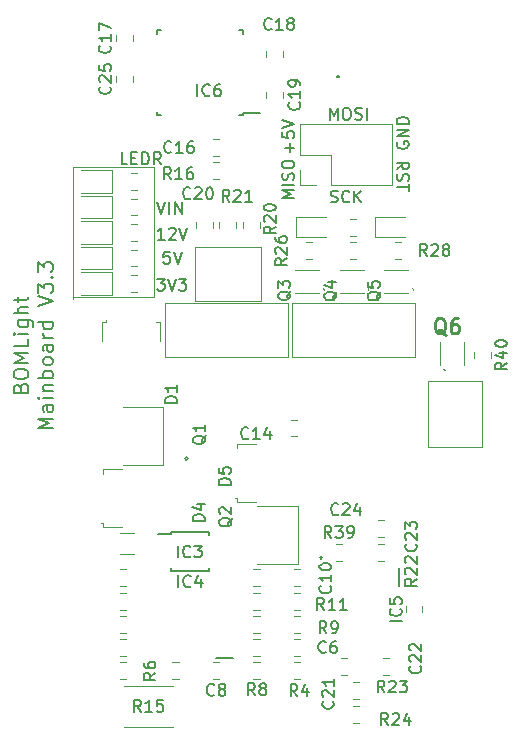
<source format=gbr>
G04 #@! TF.GenerationSoftware,KiCad,Pcbnew,(5.1.4)-1*
G04 #@! TF.CreationDate,2020-08-10T08:42:24-07:00*
G04 #@! TF.ProjectId,SkateLightMainBoard,536b6174-654c-4696-9768-744d61696e42,rev?*
G04 #@! TF.SameCoordinates,Original*
G04 #@! TF.FileFunction,Legend,Top*
G04 #@! TF.FilePolarity,Positive*
%FSLAX46Y46*%
G04 Gerber Fmt 4.6, Leading zero omitted, Abs format (unit mm)*
G04 Created by KiCad (PCBNEW (5.1.4)-1) date 2020-08-10 08:42:24*
%MOMM*%
%LPD*%
G04 APERTURE LIST*
%ADD10C,0.150000*%
%ADD11C,0.177800*%
%ADD12C,0.120000*%
%ADD13C,0.200000*%
%ADD14C,0.100000*%
%ADD15C,0.203200*%
%ADD16C,0.254000*%
G04 APERTURE END LIST*
D10*
X5908571Y16597619D02*
X5908571Y17597619D01*
X6241904Y16883333D01*
X6575238Y17597619D01*
X6575238Y16597619D01*
X7241904Y17597619D02*
X7432380Y17597619D01*
X7527619Y17550000D01*
X7622857Y17454761D01*
X7670476Y17264285D01*
X7670476Y16930952D01*
X7622857Y16740476D01*
X7527619Y16645238D01*
X7432380Y16597619D01*
X7241904Y16597619D01*
X7146666Y16645238D01*
X7051428Y16740476D01*
X7003809Y16930952D01*
X7003809Y17264285D01*
X7051428Y17454761D01*
X7146666Y17550000D01*
X7241904Y17597619D01*
X8051428Y16645238D02*
X8194285Y16597619D01*
X8432380Y16597619D01*
X8527619Y16645238D01*
X8575238Y16692857D01*
X8622857Y16788095D01*
X8622857Y16883333D01*
X8575238Y16978571D01*
X8527619Y17026190D01*
X8432380Y17073809D01*
X8241904Y17121428D01*
X8146666Y17169047D01*
X8099047Y17216666D01*
X8051428Y17311904D01*
X8051428Y17407142D01*
X8099047Y17502380D01*
X8146666Y17550000D01*
X8241904Y17597619D01*
X8480000Y17597619D01*
X8622857Y17550000D01*
X9051428Y16597619D02*
X9051428Y17597619D01*
X2511428Y13854285D02*
X2511428Y14616190D01*
X2892380Y14235238D02*
X2130476Y14235238D01*
X1892380Y15568571D02*
X1892380Y15092380D01*
X2368571Y15044761D01*
X2320952Y15092380D01*
X2273333Y15187619D01*
X2273333Y15425714D01*
X2320952Y15520952D01*
X2368571Y15568571D01*
X2463809Y15616190D01*
X2701904Y15616190D01*
X2797142Y15568571D01*
X2844761Y15520952D01*
X2892380Y15425714D01*
X2892380Y15187619D01*
X2844761Y15092380D01*
X2797142Y15044761D01*
X1892380Y15901904D02*
X2892380Y16235238D01*
X1892380Y16568571D01*
X2882380Y9938571D02*
X1882380Y9938571D01*
X2596666Y10271904D01*
X1882380Y10605238D01*
X2882380Y10605238D01*
X2882380Y11081428D02*
X1882380Y11081428D01*
X2834761Y11510000D02*
X2882380Y11652857D01*
X2882380Y11890952D01*
X2834761Y11986190D01*
X2787142Y12033809D01*
X2691904Y12081428D01*
X2596666Y12081428D01*
X2501428Y12033809D01*
X2453809Y11986190D01*
X2406190Y11890952D01*
X2358571Y11700476D01*
X2310952Y11605238D01*
X2263333Y11557619D01*
X2168095Y11510000D01*
X2072857Y11510000D01*
X1977619Y11557619D01*
X1930000Y11605238D01*
X1882380Y11700476D01*
X1882380Y11938571D01*
X1930000Y12081428D01*
X1882380Y12700476D02*
X1882380Y12890952D01*
X1930000Y12986190D01*
X2025238Y13081428D01*
X2215714Y13129047D01*
X2549047Y13129047D01*
X2739523Y13081428D01*
X2834761Y12986190D01*
X2882380Y12890952D01*
X2882380Y12700476D01*
X2834761Y12605238D01*
X2739523Y12510000D01*
X2549047Y12462380D01*
X2215714Y12462380D01*
X2025238Y12510000D01*
X1930000Y12605238D01*
X1882380Y12700476D01*
X5994285Y9635238D02*
X6137142Y9587619D01*
X6375238Y9587619D01*
X6470476Y9635238D01*
X6518095Y9682857D01*
X6565714Y9778095D01*
X6565714Y9873333D01*
X6518095Y9968571D01*
X6470476Y10016190D01*
X6375238Y10063809D01*
X6184761Y10111428D01*
X6089523Y10159047D01*
X6041904Y10206666D01*
X5994285Y10301904D01*
X5994285Y10397142D01*
X6041904Y10492380D01*
X6089523Y10540000D01*
X6184761Y10587619D01*
X6422857Y10587619D01*
X6565714Y10540000D01*
X7565714Y9682857D02*
X7518095Y9635238D01*
X7375238Y9587619D01*
X7280000Y9587619D01*
X7137142Y9635238D01*
X7041904Y9730476D01*
X6994285Y9825714D01*
X6946666Y10016190D01*
X6946666Y10159047D01*
X6994285Y10349523D01*
X7041904Y10444761D01*
X7137142Y10540000D01*
X7280000Y10587619D01*
X7375238Y10587619D01*
X7518095Y10540000D01*
X7565714Y10492380D01*
X7994285Y9587619D02*
X7994285Y10587619D01*
X8565714Y9587619D02*
X8137142Y10159047D01*
X8565714Y10587619D02*
X7994285Y10016190D01*
X11577619Y12387619D02*
X12053809Y12720952D01*
X11577619Y12959047D02*
X12577619Y12959047D01*
X12577619Y12578095D01*
X12530000Y12482857D01*
X12482380Y12435238D01*
X12387142Y12387619D01*
X12244285Y12387619D01*
X12149047Y12435238D01*
X12101428Y12482857D01*
X12053809Y12578095D01*
X12053809Y12959047D01*
X11625238Y12006666D02*
X11577619Y11863809D01*
X11577619Y11625714D01*
X11625238Y11530476D01*
X11672857Y11482857D01*
X11768095Y11435238D01*
X11863333Y11435238D01*
X11958571Y11482857D01*
X12006190Y11530476D01*
X12053809Y11625714D01*
X12101428Y11816190D01*
X12149047Y11911428D01*
X12196666Y11959047D01*
X12291904Y12006666D01*
X12387142Y12006666D01*
X12482380Y11959047D01*
X12530000Y11911428D01*
X12577619Y11816190D01*
X12577619Y11578095D01*
X12530000Y11435238D01*
X12577619Y11149523D02*
X12577619Y10578095D01*
X11577619Y10863809D02*
X12577619Y10863809D01*
X11630000Y14708095D02*
X11582380Y14612857D01*
X11582380Y14470000D01*
X11630000Y14327142D01*
X11725238Y14231904D01*
X11820476Y14184285D01*
X12010952Y14136666D01*
X12153809Y14136666D01*
X12344285Y14184285D01*
X12439523Y14231904D01*
X12534761Y14327142D01*
X12582380Y14470000D01*
X12582380Y14565238D01*
X12534761Y14708095D01*
X12487142Y14755714D01*
X12153809Y14755714D01*
X12153809Y14565238D01*
X12582380Y15184285D02*
X11582380Y15184285D01*
X12582380Y15755714D01*
X11582380Y15755714D01*
X12582380Y16231904D02*
X11582380Y16231904D01*
X11582380Y16470000D01*
X11630000Y16612857D01*
X11725238Y16708095D01*
X11820476Y16755714D01*
X12010952Y16803333D01*
X12153809Y16803333D01*
X12344285Y16755714D01*
X12439523Y16708095D01*
X12534761Y16612857D01*
X12582380Y16470000D01*
X12582380Y16231904D01*
D11*
X-8081312Y6446640D02*
X-8661883Y6446640D01*
X-8371598Y6446640D02*
X-8371598Y7462640D01*
X-8468360Y7317498D01*
X-8565121Y7220736D01*
X-8661883Y7172355D01*
X-7694264Y7365879D02*
X-7645883Y7414260D01*
X-7549121Y7462640D01*
X-7307217Y7462640D01*
X-7210455Y7414260D01*
X-7162074Y7365879D01*
X-7113693Y7269117D01*
X-7113693Y7172355D01*
X-7162074Y7027212D01*
X-7742645Y6446640D01*
X-7113693Y6446640D01*
X-6823407Y7462640D02*
X-6484740Y6446640D01*
X-6146074Y7462640D01*
X-7645883Y5430640D02*
X-8129693Y5430640D01*
X-8178074Y4946831D01*
X-8129693Y4995212D01*
X-8032931Y5043593D01*
X-7791026Y5043593D01*
X-7694264Y4995212D01*
X-7645883Y4946831D01*
X-7597502Y4850069D01*
X-7597502Y4608164D01*
X-7645883Y4511402D01*
X-7694264Y4463021D01*
X-7791026Y4414640D01*
X-8032931Y4414640D01*
X-8129693Y4463021D01*
X-8178074Y4511402D01*
X-7307217Y5430640D02*
X-6968550Y4414640D01*
X-6629883Y5430640D01*
X-11231142Y12800380D02*
X-11714952Y12800380D01*
X-11714952Y13816380D01*
X-10892476Y13332571D02*
X-10553809Y13332571D01*
X-10408666Y12800380D02*
X-10892476Y12800380D01*
X-10892476Y13816380D01*
X-10408666Y13816380D01*
X-9973238Y12800380D02*
X-9973238Y13816380D01*
X-9731333Y13816380D01*
X-9586190Y13768000D01*
X-9489428Y13671238D01*
X-9441047Y13574476D01*
X-9392666Y13380952D01*
X-9392666Y13235809D01*
X-9441047Y13042285D01*
X-9489428Y12945523D01*
X-9586190Y12848761D01*
X-9731333Y12800380D01*
X-9973238Y12800380D01*
X-8376666Y12800380D02*
X-8715333Y13284190D01*
X-8957238Y12800380D02*
X-8957238Y13816380D01*
X-8570190Y13816380D01*
X-8473428Y13768000D01*
X-8425047Y13719619D01*
X-8376666Y13622857D01*
X-8376666Y13477714D01*
X-8425047Y13380952D01*
X-8473428Y13332571D01*
X-8570190Y13284190D01*
X-8957238Y13284190D01*
D12*
X-8999220Y1572260D02*
X-15793720Y1572260D01*
D11*
X-8692121Y9621640D02*
X-8353455Y8605640D01*
X-8014788Y9621640D01*
X-7676121Y8605640D02*
X-7676121Y9621640D01*
X-7192312Y8605640D02*
X-7192312Y9621640D01*
X-6611740Y8605640D01*
X-6611740Y9621640D01*
X-8710264Y3144640D02*
X-8081312Y3144640D01*
X-8419979Y2757593D01*
X-8274836Y2757593D01*
X-8178074Y2709212D01*
X-8129693Y2660831D01*
X-8081312Y2564069D01*
X-8081312Y2322164D01*
X-8129693Y2225402D01*
X-8178074Y2177021D01*
X-8274836Y2128640D01*
X-8565121Y2128640D01*
X-8661883Y2177021D01*
X-8710264Y2225402D01*
X-7791026Y3144640D02*
X-7452360Y2128640D01*
X-7113693Y3144640D01*
X-6871788Y3144640D02*
X-6242836Y3144640D01*
X-6581502Y2757593D01*
X-6436360Y2757593D01*
X-6339598Y2709212D01*
X-6291217Y2660831D01*
X-6242836Y2564069D01*
X-6242836Y2322164D01*
X-6291217Y2225402D01*
X-6339598Y2177021D01*
X-6436360Y2128640D01*
X-6726645Y2128640D01*
X-6823407Y2177021D01*
X-6871788Y2225402D01*
D12*
X-15793720Y1445260D02*
X-15793720Y12545740D01*
X-8999220Y12545740D02*
X-8999220Y1572260D01*
X-15789620Y12545740D02*
X-8999220Y12545740D01*
D13*
X-20265685Y-6119048D02*
X-20206161Y-5940477D01*
X-20146638Y-5880953D01*
X-20027590Y-5821429D01*
X-19849019Y-5821429D01*
X-19729971Y-5880953D01*
X-19670447Y-5940477D01*
X-19610923Y-6059524D01*
X-19610923Y-6535715D01*
X-20860923Y-6535715D01*
X-20860923Y-6119048D01*
X-20801400Y-6000000D01*
X-20741876Y-5940477D01*
X-20622828Y-5880953D01*
X-20503780Y-5880953D01*
X-20384733Y-5940477D01*
X-20325209Y-6000000D01*
X-20265685Y-6119048D01*
X-20265685Y-6535715D01*
X-20860923Y-5047620D02*
X-20860923Y-4809524D01*
X-20801400Y-4690477D01*
X-20682352Y-4571429D01*
X-20444257Y-4511905D01*
X-20027590Y-4511905D01*
X-19789495Y-4571429D01*
X-19670447Y-4690477D01*
X-19610923Y-4809524D01*
X-19610923Y-5047620D01*
X-19670447Y-5166667D01*
X-19789495Y-5285715D01*
X-20027590Y-5345239D01*
X-20444257Y-5345239D01*
X-20682352Y-5285715D01*
X-20801400Y-5166667D01*
X-20860923Y-5047620D01*
X-19610923Y-3976191D02*
X-20860923Y-3976191D01*
X-19968066Y-3559524D01*
X-20860923Y-3142858D01*
X-19610923Y-3142858D01*
X-19610923Y-1952381D02*
X-19610923Y-2547620D01*
X-20860923Y-2547620D01*
X-19610923Y-1535715D02*
X-20444257Y-1535715D01*
X-20860923Y-1535715D02*
X-20801400Y-1595239D01*
X-20741876Y-1535715D01*
X-20801400Y-1476191D01*
X-20860923Y-1535715D01*
X-20741876Y-1535715D01*
X-20444257Y-404762D02*
X-19432352Y-404762D01*
X-19313304Y-464286D01*
X-19253780Y-523810D01*
X-19194257Y-642858D01*
X-19194257Y-821429D01*
X-19253780Y-940477D01*
X-19670447Y-404762D02*
X-19610923Y-523810D01*
X-19610923Y-761905D01*
X-19670447Y-880953D01*
X-19729971Y-940477D01*
X-19849019Y-1000000D01*
X-20206161Y-1000000D01*
X-20325209Y-940477D01*
X-20384733Y-880953D01*
X-20444257Y-761905D01*
X-20444257Y-523810D01*
X-20384733Y-404762D01*
X-19610923Y190475D02*
X-20860923Y190475D01*
X-19610923Y726189D02*
X-20265685Y726189D01*
X-20384733Y666665D01*
X-20444257Y547618D01*
X-20444257Y369046D01*
X-20384733Y249999D01*
X-20325209Y190475D01*
X-20444257Y1142856D02*
X-20444257Y1619046D01*
X-20860923Y1321427D02*
X-19789495Y1321427D01*
X-19670447Y1380951D01*
X-19610923Y1499999D01*
X-19610923Y1619046D01*
X-17535923Y-9541667D02*
X-18785923Y-9541667D01*
X-17893066Y-9125000D01*
X-18785923Y-8708334D01*
X-17535923Y-8708334D01*
X-17535923Y-7577381D02*
X-18190685Y-7577381D01*
X-18309733Y-7636905D01*
X-18369257Y-7755953D01*
X-18369257Y-7994048D01*
X-18309733Y-8113096D01*
X-17595447Y-7577381D02*
X-17535923Y-7696429D01*
X-17535923Y-7994048D01*
X-17595447Y-8113096D01*
X-17714495Y-8172619D01*
X-17833542Y-8172619D01*
X-17952590Y-8113096D01*
X-18012114Y-7994048D01*
X-18012114Y-7696429D01*
X-18071638Y-7577381D01*
X-17535923Y-6982143D02*
X-18369257Y-6982143D01*
X-18785923Y-6982143D02*
X-18726400Y-7041667D01*
X-18666876Y-6982143D01*
X-18726400Y-6922619D01*
X-18785923Y-6982143D01*
X-18666876Y-6982143D01*
X-18369257Y-6386905D02*
X-17535923Y-6386905D01*
X-18250209Y-6386905D02*
X-18309733Y-6327381D01*
X-18369257Y-6208334D01*
X-18369257Y-6029762D01*
X-18309733Y-5910715D01*
X-18190685Y-5851191D01*
X-17535923Y-5851191D01*
X-17535923Y-5255953D02*
X-18785923Y-5255953D01*
X-18309733Y-5255953D02*
X-18369257Y-5136905D01*
X-18369257Y-4898810D01*
X-18309733Y-4779762D01*
X-18250209Y-4720239D01*
X-18131161Y-4660715D01*
X-17774019Y-4660715D01*
X-17654971Y-4720239D01*
X-17595447Y-4779762D01*
X-17535923Y-4898810D01*
X-17535923Y-5136905D01*
X-17595447Y-5255953D01*
X-17535923Y-3946429D02*
X-17595447Y-4065477D01*
X-17654971Y-4125000D01*
X-17774019Y-4184524D01*
X-18131161Y-4184524D01*
X-18250209Y-4125000D01*
X-18309733Y-4065477D01*
X-18369257Y-3946429D01*
X-18369257Y-3767858D01*
X-18309733Y-3648810D01*
X-18250209Y-3589286D01*
X-18131161Y-3529762D01*
X-17774019Y-3529762D01*
X-17654971Y-3589286D01*
X-17595447Y-3648810D01*
X-17535923Y-3767858D01*
X-17535923Y-3946429D01*
X-17535923Y-2458334D02*
X-18190685Y-2458334D01*
X-18309733Y-2517858D01*
X-18369257Y-2636905D01*
X-18369257Y-2875000D01*
X-18309733Y-2994048D01*
X-17595447Y-2458334D02*
X-17535923Y-2577381D01*
X-17535923Y-2875000D01*
X-17595447Y-2994048D01*
X-17714495Y-3053572D01*
X-17833542Y-3053572D01*
X-17952590Y-2994048D01*
X-18012114Y-2875000D01*
X-18012114Y-2577381D01*
X-18071638Y-2458334D01*
X-17535923Y-1863096D02*
X-18369257Y-1863096D01*
X-18131161Y-1863096D02*
X-18250209Y-1803572D01*
X-18309733Y-1744048D01*
X-18369257Y-1625000D01*
X-18369257Y-1505953D01*
X-17535923Y-553572D02*
X-18785923Y-553572D01*
X-17595447Y-553572D02*
X-17535923Y-672619D01*
X-17535923Y-910715D01*
X-17595447Y-1029762D01*
X-17654971Y-1089286D01*
X-17774019Y-1148810D01*
X-18131161Y-1148810D01*
X-18250209Y-1089286D01*
X-18309733Y-1029762D01*
X-18369257Y-910715D01*
X-18369257Y-672619D01*
X-18309733Y-553572D01*
X-18785923Y815475D02*
X-17535923Y1232141D01*
X-18785923Y1648808D01*
X-18785923Y1946427D02*
X-18785923Y2720237D01*
X-18309733Y2303570D01*
X-18309733Y2482141D01*
X-18250209Y2601189D01*
X-18190685Y2660713D01*
X-18071638Y2720237D01*
X-17774019Y2720237D01*
X-17654971Y2660713D01*
X-17595447Y2601189D01*
X-17535923Y2482141D01*
X-17535923Y2124999D01*
X-17595447Y2005951D01*
X-17654971Y1946427D01*
X-17654971Y3255951D02*
X-17595447Y3315475D01*
X-17535923Y3255951D01*
X-17595447Y3196427D01*
X-17654971Y3255951D01*
X-17535923Y3255951D01*
X-18785923Y3732141D02*
X-18785923Y4505951D01*
X-18309733Y4089284D01*
X-18309733Y4267856D01*
X-18250209Y4386903D01*
X-18190685Y4446427D01*
X-18071638Y4505951D01*
X-17774019Y4505951D01*
X-17654971Y4446427D01*
X-17595447Y4386903D01*
X-17535923Y4267856D01*
X-17535923Y3910713D01*
X-17595447Y3791665D01*
X-17654971Y3732141D01*
X6507400Y20240800D02*
X6507400Y20240800D01*
X6707400Y20240800D02*
X6707400Y20240800D01*
X6707400Y20240800D02*
G75*
G03X6507400Y20240800I-100000J0D01*
G01*
X6507400Y20240800D02*
G75*
G03X6707400Y20240800I100000J0D01*
G01*
D14*
X-232560Y-21036600D02*
X3217440Y-21036600D01*
X3217440Y-21036600D02*
X3217440Y-16136600D01*
X3217440Y-16136600D02*
X-232560Y-16136600D01*
D13*
X5167440Y-20586600D02*
X5167440Y-20586600D01*
X5167440Y-20386600D02*
X5167440Y-20386600D01*
X5167440Y-20386600D02*
G75*
G03X5167440Y-20586600I0J-100000D01*
G01*
X5167440Y-20586600D02*
G75*
G03X5167440Y-20386600I0J100000D01*
G01*
D12*
X-10742860Y23244042D02*
X-10742860Y23761198D01*
X-12162860Y23244042D02*
X-12162860Y23761198D01*
D13*
X-6223420Y-12185400D02*
G75*
G03X-6223420Y-11985400I0J100000D01*
G01*
X-6223420Y-11985400D02*
G75*
G03X-6223420Y-12185400I0J-100000D01*
G01*
X-6223420Y-11985400D02*
X-6223420Y-11985400D01*
X-6223420Y-12185400D02*
X-6223420Y-12185400D01*
D14*
X-8173420Y-7735400D02*
X-11623420Y-7735400D01*
X-8173420Y-12635400D02*
X-8173420Y-7735400D01*
X-11623420Y-12635400D02*
X-8173420Y-12635400D01*
D12*
X-11318982Y-29363600D02*
X-11836138Y-29363600D01*
X-11318982Y-30783600D02*
X-11836138Y-30783600D01*
X-6888982Y-29363600D02*
X-7406138Y-29363600D01*
X-6888982Y-30783600D02*
X-7406138Y-30783600D01*
X2880862Y-26846600D02*
X3398018Y-26846600D01*
X2880862Y-25426600D02*
X3398018Y-25426600D01*
X2880862Y-28815100D02*
X3398018Y-28815100D01*
X2880862Y-27395100D02*
X3398018Y-27395100D01*
X-3459982Y-29363600D02*
X-3977138Y-29363600D01*
X-3459982Y-30783600D02*
X-3977138Y-30783600D01*
X-30982Y-25426600D02*
X-548138Y-25426600D01*
X-30982Y-26846600D02*
X-548138Y-26846600D01*
X2880862Y-22909600D02*
X3398018Y-22909600D01*
X2880862Y-21489600D02*
X3398018Y-21489600D01*
X-11333982Y-27395100D02*
X-11851138Y-27395100D01*
X-11333982Y-28815100D02*
X-11851138Y-28815100D01*
X-11851138Y-22909600D02*
X-11333982Y-22909600D01*
X-11851138Y-21489600D02*
X-11333982Y-21489600D01*
X-11333982Y-23458100D02*
X-11851138Y-23458100D01*
X-11333982Y-24878100D02*
X-11851138Y-24878100D01*
X-12498360Y10152260D02*
X-15183360Y10152260D01*
X-12498360Y8232260D02*
X-12498360Y10152260D01*
X-15183360Y8232260D02*
X-12498360Y8232260D01*
X-12498360Y5834260D02*
X-15183360Y5834260D01*
X-12498360Y3914260D02*
X-12498360Y5834260D01*
X-15183360Y3914260D02*
X-12498360Y3914260D01*
X-13456880Y-17565740D02*
X-13256880Y-17565740D01*
X-11656880Y-13015740D02*
X-13256880Y-13015740D01*
X-13256880Y-17915740D02*
X-11656880Y-17915740D01*
X-13256880Y-17565740D02*
X-13256880Y-17915740D01*
X-13256880Y-13015740D02*
X-13256880Y-13365740D01*
X-2112560Y-15436600D02*
X-1912560Y-15436600D01*
X-312560Y-10886600D02*
X-1912560Y-10886600D01*
X-1912560Y-15786600D02*
X-312560Y-15786600D01*
X-1912560Y-15436600D02*
X-1912560Y-15786600D01*
X-1912560Y-10886600D02*
X-1912560Y-11236600D01*
D10*
X-7545000Y-18460000D02*
X-8620000Y-18460000D01*
X-7545000Y-21585000D02*
X-4295000Y-21585000D01*
X-7545000Y-18335000D02*
X-4295000Y-18335000D01*
X-7545000Y-21585000D02*
X-7545000Y-21360000D01*
X-4295000Y-21585000D02*
X-4295000Y-21360000D01*
X-4295000Y-18335000D02*
X-4295000Y-18560000D01*
X-7545000Y-18335000D02*
X-7545000Y-18460000D01*
D13*
X-2291060Y-29001600D02*
X-3741060Y-29001600D01*
D12*
X-10885938Y8482260D02*
X-10368782Y8482260D01*
X-10885938Y9902260D02*
X-10368782Y9902260D01*
X-10885938Y4164260D02*
X-10368782Y4164260D01*
X-10885938Y5584260D02*
X-10368782Y5584260D01*
X2880862Y-30783600D02*
X3398018Y-30783600D01*
X2880862Y-29363600D02*
X3398018Y-29363600D01*
X-548138Y-28815100D02*
X-30982Y-28815100D01*
X-548138Y-27395100D02*
X-30982Y-27395100D01*
X-548138Y-30783600D02*
X-30982Y-30783600D01*
X-548138Y-29363600D02*
X-30982Y-29363600D01*
X-548138Y-22909600D02*
X-30982Y-22909600D01*
X-548138Y-21489600D02*
X-30982Y-21489600D01*
X2880862Y-24878100D02*
X3398018Y-24878100D01*
X2880862Y-23458100D02*
X3398018Y-23458100D01*
X-30982Y-23458100D02*
X-548138Y-23458100D01*
X-30982Y-24878100D02*
X-548138Y-24878100D01*
X-11333982Y-25426600D02*
X-11851138Y-25426600D01*
X-11333982Y-26846600D02*
X-11851138Y-26846600D01*
X-7386576Y-34785880D02*
X-11490704Y-34785880D01*
X-7386576Y-31365880D02*
X-11490704Y-31365880D01*
X-4005078Y14944160D02*
X-3487922Y14944160D01*
X-4005078Y13524160D02*
X-3487922Y13524160D01*
X1947140Y22405698D02*
X1947140Y21888542D01*
X527140Y22405698D02*
X527140Y21888542D01*
X1942060Y18969078D02*
X1942060Y18451922D01*
X522060Y18969078D02*
X522060Y18451922D01*
X-4006780Y7394202D02*
X-4006780Y7911358D01*
X-5426780Y7394202D02*
X-5426780Y7911358D01*
X-15183360Y10391260D02*
X-12498360Y10391260D01*
X-12498360Y10391260D02*
X-12498360Y12311260D01*
X-12498360Y12311260D02*
X-15183360Y12311260D01*
X91440Y5842000D02*
X91440Y1270000D01*
X91440Y1270000D02*
X-5496560Y1270000D01*
X-5496560Y1270000D02*
X-5496560Y5842000D01*
X-5496560Y5842000D02*
X91440Y5842000D01*
X-3485382Y11558200D02*
X-4002538Y11558200D01*
X-3485382Y12978200D02*
X-4002538Y12978200D01*
X-10885938Y10641260D02*
X-10368782Y10641260D01*
X-10885938Y12061260D02*
X-10368782Y12061260D01*
X-1438980Y7909058D02*
X-1438980Y7391902D01*
X-18980Y7909058D02*
X-18980Y7391902D01*
X-2025580Y7909058D02*
X-2025580Y7391902D01*
X-3445580Y7909058D02*
X-3445580Y7391902D01*
X2390140Y1059180D02*
X2390140Y-3512820D01*
X2390140Y-3512820D02*
X-8023860Y-3512820D01*
X-8023860Y-3512820D02*
X-8023860Y1059180D01*
X-8023860Y1059180D02*
X2390140Y1059180D01*
X3166018Y-10216600D02*
X2648862Y-10216600D01*
X3166018Y-8796600D02*
X2648862Y-8796600D01*
X-11832064Y-18368600D02*
X-10627936Y-18368600D01*
X-11832064Y-20188600D02*
X-10627936Y-20188600D01*
X-8451680Y-559860D02*
X-8801680Y-559860D01*
X-13001680Y-559860D02*
X-13351680Y-559860D01*
X-13351680Y-559860D02*
X-13351680Y-2159860D01*
X-8451680Y-2159860D02*
X-8451680Y-559860D01*
X-13001680Y-359860D02*
X-13001680Y-559860D01*
X7403838Y-28962280D02*
X6886682Y-28962280D01*
X7403838Y-30382280D02*
X6886682Y-30382280D01*
X10896098Y-30389900D02*
X10378942Y-30389900D01*
X10896098Y-28969900D02*
X10378942Y-28969900D01*
X10487158Y-20755680D02*
X9970002Y-20755680D01*
X10487158Y-19335680D02*
X9970002Y-19335680D01*
X10492238Y-17306220D02*
X9975082Y-17306220D01*
X10492238Y-18726220D02*
X9975082Y-18726220D01*
X-10737780Y20296638D02*
X-10737780Y19779482D01*
X-12157780Y20296638D02*
X-12157780Y19779482D01*
X-15183360Y6073260D02*
X-12498360Y6073260D01*
X-12498360Y6073260D02*
X-12498360Y7993260D01*
X-12498360Y7993260D02*
X-15183360Y7993260D01*
X-12498360Y3675260D02*
X-15183360Y3675260D01*
X-12498360Y1755260D02*
X-12498360Y3675260D01*
X-15183360Y1755260D02*
X-12498360Y1755260D01*
X9759820Y8330300D02*
X12309820Y8330300D01*
X9759820Y6630300D02*
X12309820Y6630300D01*
X9759820Y8330300D02*
X9759820Y6630300D01*
X3031360Y8332840D02*
X5581360Y8332840D01*
X3031360Y6632840D02*
X5581360Y6632840D01*
X3031360Y8332840D02*
X3031360Y6632840D01*
D10*
X-1455000Y16959160D02*
X-1455000Y17184160D01*
X-8705000Y16959160D02*
X-8705000Y17284160D01*
X-8705000Y24209160D02*
X-8705000Y23884160D01*
X-1455000Y24209160D02*
X-1455000Y23884160D01*
X-1455000Y16959160D02*
X-1780000Y16959160D01*
X-1455000Y24209160D02*
X-1780000Y24209160D01*
X-8705000Y24209160D02*
X-8380000Y24209160D01*
X-8705000Y16959160D02*
X-8380000Y16959160D01*
X-1455000Y17184160D02*
X-30000Y17184160D01*
D12*
X13103860Y1059180D02*
X13103860Y-3512820D01*
X13103860Y-3512820D02*
X2689860Y-3512820D01*
X2689860Y-3512820D02*
X2689860Y1059180D01*
X2689860Y1059180D02*
X13103860Y1059180D01*
D14*
X2985260Y1887980D02*
X4985260Y1887980D01*
X2985260Y3887980D02*
X4985260Y3887980D01*
X5385260Y2187980D02*
X5385260Y2187980D01*
X5385260Y2287980D02*
X5385260Y2287980D01*
X5385260Y2287980D02*
G75*
G02X5385260Y2187980I0J-50000D01*
G01*
X5385260Y2187980D02*
G75*
G02X5385260Y2287980I0J50000D01*
G01*
X6769860Y1887980D02*
X8769860Y1887980D01*
X6769860Y3887980D02*
X8769860Y3887980D01*
X9169860Y2187980D02*
X9169860Y2187980D01*
X9169860Y2287980D02*
X9169860Y2287980D01*
X9169860Y2287980D02*
G75*
G02X9169860Y2187980I0J-50000D01*
G01*
X9169860Y2187980D02*
G75*
G02X9169860Y2287980I0J50000D01*
G01*
X12929060Y2187980D02*
G75*
G02X12929060Y2287980I0J50000D01*
G01*
X12929060Y2287980D02*
G75*
G02X12929060Y2187980I0J-50000D01*
G01*
X12929060Y2287980D02*
X12929060Y2287980D01*
X12929060Y2187980D02*
X12929060Y2187980D01*
X10529060Y3887980D02*
X12529060Y3887980D01*
X10529060Y1887980D02*
X12529060Y1887980D01*
D12*
X13757980Y-24547062D02*
X13757980Y-25064218D01*
X12337980Y-24547062D02*
X12337980Y-25064218D01*
X8376418Y-30999360D02*
X7859262Y-30999360D01*
X8376418Y-32419360D02*
X7859262Y-32419360D01*
X7856722Y-33028820D02*
X8373878Y-33028820D01*
X7856722Y-34448820D02*
X8373878Y-34448820D01*
X-10885938Y6323260D02*
X-10368782Y6323260D01*
X-10885938Y7743260D02*
X-10368782Y7743260D01*
X3904482Y4819580D02*
X4421638Y4819580D01*
X3904482Y6239580D02*
X4421638Y6239580D01*
X7638282Y6214180D02*
X8155438Y6214180D01*
X7638282Y4794180D02*
X8155438Y4794180D01*
X11420582Y6214180D02*
X11937738Y6214180D01*
X11420582Y4794180D02*
X11937738Y4794180D01*
X-10885938Y3425260D02*
X-10368782Y3425260D01*
X-10885938Y2005260D02*
X-10368782Y2005260D01*
X7640822Y6772840D02*
X8157978Y6772840D01*
X7640822Y8192840D02*
X8157978Y8192840D01*
D13*
X11739240Y-21391600D02*
X11739240Y-22916600D01*
D12*
X11140000Y11030000D02*
X11140000Y16230000D01*
X6000000Y11030000D02*
X11140000Y11030000D01*
X3400000Y16230000D02*
X11140000Y16230000D01*
X6000000Y11030000D02*
X6000000Y13630000D01*
X6000000Y13630000D02*
X3400000Y13630000D01*
X3400000Y13630000D02*
X3400000Y16230000D01*
X4730000Y11030000D02*
X3400000Y11030000D01*
X3400000Y11030000D02*
X3400000Y12360000D01*
X18803620Y-11158220D02*
X14231620Y-11158220D01*
X14231620Y-11158220D02*
X14231620Y-5570220D01*
X14231620Y-5570220D02*
X18803620Y-5570220D01*
X18803620Y-5570220D02*
X18803620Y-11158220D01*
D14*
X15240760Y-2195320D02*
X15240760Y-4195320D01*
X17240760Y-2195320D02*
X17240760Y-4195320D01*
X15540760Y-4595320D02*
X15540760Y-4595320D01*
X15640760Y-4595320D02*
X15640760Y-4595320D01*
X15640760Y-4595320D02*
G75*
G02X15540760Y-4595320I-50000J0D01*
G01*
X15540760Y-4595320D02*
G75*
G02X15640760Y-4595320I50000J0D01*
G01*
D12*
X6441942Y-19340760D02*
X6959098Y-19340760D01*
X6441942Y-20760760D02*
X6959098Y-20760760D01*
X19521240Y-3076442D02*
X19521240Y-3593598D01*
X18101240Y-3076442D02*
X18101240Y-3593598D01*
D10*
X-2350520Y-17115238D02*
X-2398140Y-17210476D01*
X-2493378Y-17305714D01*
X-2636235Y-17448571D01*
X-2683854Y-17543809D01*
X-2683854Y-17639047D01*
X-2445759Y-17591428D02*
X-2493378Y-17686666D01*
X-2588616Y-17781904D01*
X-2779092Y-17829523D01*
X-3112425Y-17829523D01*
X-3302901Y-17781904D01*
X-3398140Y-17686666D01*
X-3445759Y-17591428D01*
X-3445759Y-17400952D01*
X-3398140Y-17305714D01*
X-3302901Y-17210476D01*
X-3112425Y-17162857D01*
X-2779092Y-17162857D01*
X-2588616Y-17210476D01*
X-2493378Y-17305714D01*
X-2445759Y-17400952D01*
X-2445759Y-17591428D01*
X-3350520Y-16781904D02*
X-3398140Y-16734285D01*
X-3445759Y-16639047D01*
X-3445759Y-16400952D01*
X-3398140Y-16305714D01*
X-3350520Y-16258095D01*
X-3255282Y-16210476D01*
X-3160044Y-16210476D01*
X-3017187Y-16258095D01*
X-2445759Y-16829523D01*
X-2445759Y-16210476D01*
X-12734717Y22860762D02*
X-12687098Y22813143D01*
X-12639479Y22670286D01*
X-12639479Y22575048D01*
X-12687098Y22432191D01*
X-12782336Y22336953D01*
X-12877574Y22289334D01*
X-13068050Y22241715D01*
X-13210907Y22241715D01*
X-13401383Y22289334D01*
X-13496621Y22336953D01*
X-13591860Y22432191D01*
X-13639479Y22575048D01*
X-13639479Y22670286D01*
X-13591860Y22813143D01*
X-13544240Y22860762D01*
X-12639479Y23813143D02*
X-12639479Y23241715D01*
X-12639479Y23527429D02*
X-13639479Y23527429D01*
X-13496621Y23432191D01*
X-13401383Y23336953D01*
X-13353764Y23241715D01*
X-13639479Y24146477D02*
X-13639479Y24813143D01*
X-12639479Y24384572D01*
X-4582380Y-10135238D02*
X-4630000Y-10230476D01*
X-4725238Y-10325714D01*
X-4868095Y-10468571D01*
X-4915714Y-10563809D01*
X-4915714Y-10659047D01*
X-4677619Y-10611428D02*
X-4725238Y-10706666D01*
X-4820476Y-10801904D01*
X-5010952Y-10849523D01*
X-5344285Y-10849523D01*
X-5534761Y-10801904D01*
X-5630000Y-10706666D01*
X-5677619Y-10611428D01*
X-5677619Y-10420952D01*
X-5630000Y-10325714D01*
X-5534761Y-10230476D01*
X-5344285Y-10182857D01*
X-5010952Y-10182857D01*
X-4820476Y-10230476D01*
X-4725238Y-10325714D01*
X-4677619Y-10420952D01*
X-4677619Y-10611428D01*
X-4677619Y-9230476D02*
X-4677619Y-9801904D01*
X-4677619Y-9516190D02*
X-5677619Y-9516190D01*
X-5534761Y-9611428D01*
X-5439523Y-9706666D01*
X-5391904Y-9801904D01*
X-8854179Y-30240266D02*
X-9330369Y-30573600D01*
X-8854179Y-30811695D02*
X-9854179Y-30811695D01*
X-9854179Y-30430742D01*
X-9806560Y-30335504D01*
X-9758940Y-30287885D01*
X-9663702Y-30240266D01*
X-9520845Y-30240266D01*
X-9425607Y-30287885D01*
X-9377988Y-30335504D01*
X-9330369Y-30430742D01*
X-9330369Y-30811695D01*
X-9854179Y-29383123D02*
X-9854179Y-29573600D01*
X-9806560Y-29668838D01*
X-9758940Y-29716457D01*
X-9616083Y-29811695D01*
X-9425607Y-29859314D01*
X-9044655Y-29859314D01*
X-8949417Y-29811695D01*
X-8901798Y-29764076D01*
X-8854179Y-29668838D01*
X-8854179Y-29478361D01*
X-8901798Y-29383123D01*
X-8949417Y-29335504D01*
X-9044655Y-29287885D01*
X-9282750Y-29287885D01*
X-9377988Y-29335504D01*
X-9425607Y-29383123D01*
X-9473226Y-29478361D01*
X-9473226Y-29668838D01*
X-9425607Y-29764076D01*
X-9377988Y-29811695D01*
X-9282750Y-29859314D01*
X5629613Y-26883620D02*
X5296280Y-26407430D01*
X5058184Y-26883620D02*
X5058184Y-25883620D01*
X5439137Y-25883620D01*
X5534375Y-25931240D01*
X5581994Y-25978859D01*
X5629613Y-26074097D01*
X5629613Y-26216954D01*
X5581994Y-26312192D01*
X5534375Y-26359811D01*
X5439137Y-26407430D01*
X5058184Y-26407430D01*
X6105803Y-26883620D02*
X6296280Y-26883620D01*
X6391518Y-26836001D01*
X6439137Y-26788382D01*
X6534375Y-26645525D01*
X6581994Y-26455049D01*
X6581994Y-26074097D01*
X6534375Y-25978859D01*
X6486756Y-25931240D01*
X6391518Y-25883620D01*
X6201041Y-25883620D01*
X6105803Y-25931240D01*
X6058184Y-25978859D01*
X6010565Y-26074097D01*
X6010565Y-26312192D01*
X6058184Y-26407430D01*
X6105803Y-26455049D01*
X6201041Y-26502668D01*
X6391518Y-26502668D01*
X6486756Y-26455049D01*
X6534375Y-26407430D01*
X6581994Y-26312192D01*
X5573733Y-28452082D02*
X5526114Y-28499701D01*
X5383257Y-28547320D01*
X5288019Y-28547320D01*
X5145161Y-28499701D01*
X5049923Y-28404463D01*
X5002304Y-28309225D01*
X4954685Y-28118749D01*
X4954685Y-27975892D01*
X5002304Y-27785416D01*
X5049923Y-27690178D01*
X5145161Y-27594940D01*
X5288019Y-27547320D01*
X5383257Y-27547320D01*
X5526114Y-27594940D01*
X5573733Y-27642559D01*
X6430876Y-27547320D02*
X6240400Y-27547320D01*
X6145161Y-27594940D01*
X6097542Y-27642559D01*
X6002304Y-27785416D01*
X5954685Y-27975892D01*
X5954685Y-28356844D01*
X6002304Y-28452082D01*
X6049923Y-28499701D01*
X6145161Y-28547320D01*
X6335638Y-28547320D01*
X6430876Y-28499701D01*
X6478495Y-28452082D01*
X6526114Y-28356844D01*
X6526114Y-28118749D01*
X6478495Y-28023511D01*
X6430876Y-27975892D01*
X6335638Y-27928273D01*
X6145161Y-27928273D01*
X6049923Y-27975892D01*
X6002304Y-28023511D01*
X5954685Y-28118749D01*
X-3885226Y-32080742D02*
X-3932845Y-32128361D01*
X-4075702Y-32175980D01*
X-4170940Y-32175980D01*
X-4313798Y-32128361D01*
X-4409036Y-32033123D01*
X-4456655Y-31937885D01*
X-4504274Y-31747409D01*
X-4504274Y-31604552D01*
X-4456655Y-31414076D01*
X-4409036Y-31318838D01*
X-4313798Y-31223600D01*
X-4170940Y-31175980D01*
X-4075702Y-31175980D01*
X-3932845Y-31223600D01*
X-3885226Y-31271219D01*
X-3313798Y-31604552D02*
X-3409036Y-31556933D01*
X-3456655Y-31509314D01*
X-3504274Y-31414076D01*
X-3504274Y-31366457D01*
X-3456655Y-31271219D01*
X-3409036Y-31223600D01*
X-3313798Y-31175980D01*
X-3123321Y-31175980D01*
X-3028083Y-31223600D01*
X-2980464Y-31271219D01*
X-2932845Y-31366457D01*
X-2932845Y-31414076D01*
X-2980464Y-31509314D01*
X-3028083Y-31556933D01*
X-3123321Y-31604552D01*
X-3313798Y-31604552D01*
X-3409036Y-31652171D01*
X-3456655Y-31699790D01*
X-3504274Y-31795028D01*
X-3504274Y-31985504D01*
X-3456655Y-32080742D01*
X-3409036Y-32128361D01*
X-3313798Y-32175980D01*
X-3123321Y-32175980D01*
X-3028083Y-32128361D01*
X-2980464Y-32080742D01*
X-2932845Y-31985504D01*
X-2932845Y-31795028D01*
X-2980464Y-31699790D01*
X-3028083Y-31652171D01*
X-3123321Y-31604552D01*
X5942602Y-22878017D02*
X5990221Y-22925636D01*
X6037840Y-23068493D01*
X6037840Y-23163731D01*
X5990221Y-23306588D01*
X5894983Y-23401826D01*
X5799745Y-23449445D01*
X5609269Y-23497064D01*
X5466412Y-23497064D01*
X5275936Y-23449445D01*
X5180698Y-23401826D01*
X5085460Y-23306588D01*
X5037840Y-23163731D01*
X5037840Y-23068493D01*
X5085460Y-22925636D01*
X5133079Y-22878017D01*
X6037840Y-21925636D02*
X6037840Y-22497064D01*
X6037840Y-22211350D02*
X5037840Y-22211350D01*
X5180698Y-22306588D01*
X5275936Y-22401826D01*
X5323555Y-22497064D01*
X5037840Y-21306588D02*
X5037840Y-21211350D01*
X5085460Y-21116112D01*
X5133079Y-21068493D01*
X5228317Y-21020874D01*
X5418793Y-20973255D01*
X5656888Y-20973255D01*
X5847364Y-21020874D01*
X5942602Y-21068493D01*
X5990221Y-21116112D01*
X6037840Y-21211350D01*
X6037840Y-21306588D01*
X5990221Y-21401826D01*
X5942602Y-21449445D01*
X5847364Y-21497064D01*
X5656888Y-21544683D01*
X5418793Y-21544683D01*
X5228317Y-21497064D01*
X5133079Y-21449445D01*
X5085460Y-21401826D01*
X5037840Y-21306588D01*
X-4688579Y-17392875D02*
X-5688579Y-17392875D01*
X-5688579Y-17154780D01*
X-5640960Y-17011922D01*
X-5545721Y-16916684D01*
X-5450483Y-16869065D01*
X-5260007Y-16821446D01*
X-5117150Y-16821446D01*
X-4926674Y-16869065D01*
X-4831436Y-16916684D01*
X-4736198Y-17011922D01*
X-4688579Y-17154780D01*
X-4688579Y-17392875D01*
X-5355245Y-15964303D02*
X-4688579Y-15964303D01*
X-5736198Y-16202399D02*
X-5021912Y-16440494D01*
X-5021912Y-15821446D01*
X-2490179Y-14334695D02*
X-3490179Y-14334695D01*
X-3490179Y-14096600D01*
X-3442560Y-13953742D01*
X-3347321Y-13858504D01*
X-3252083Y-13810885D01*
X-3061607Y-13763266D01*
X-2918750Y-13763266D01*
X-2728274Y-13810885D01*
X-2633036Y-13858504D01*
X-2537798Y-13953742D01*
X-2490179Y-14096600D01*
X-2490179Y-14334695D01*
X-3490179Y-12858504D02*
X-3490179Y-13334695D01*
X-3013988Y-13382314D01*
X-3061607Y-13334695D01*
X-3109226Y-13239457D01*
X-3109226Y-13001361D01*
X-3061607Y-12906123D01*
X-3013988Y-12858504D01*
X-2918750Y-12810885D01*
X-2680655Y-12810885D01*
X-2585417Y-12858504D01*
X-2537798Y-12906123D01*
X-2490179Y-13001361D01*
X-2490179Y-13239457D01*
X-2537798Y-13334695D01*
X-2585417Y-13382314D01*
X-6946190Y-20472380D02*
X-6946190Y-19472380D01*
X-5898571Y-20377142D02*
X-5946190Y-20424761D01*
X-6089047Y-20472380D01*
X-6184285Y-20472380D01*
X-6327142Y-20424761D01*
X-6422380Y-20329523D01*
X-6470000Y-20234285D01*
X-6517619Y-20043809D01*
X-6517619Y-19900952D01*
X-6470000Y-19710476D01*
X-6422380Y-19615238D01*
X-6327142Y-19520000D01*
X-6184285Y-19472380D01*
X-6089047Y-19472380D01*
X-5946190Y-19520000D01*
X-5898571Y-19567619D01*
X-5565238Y-19472380D02*
X-4946190Y-19472380D01*
X-5279523Y-19853333D01*
X-5136666Y-19853333D01*
X-5041428Y-19900952D01*
X-4993809Y-19948571D01*
X-4946190Y-20043809D01*
X-4946190Y-20281904D01*
X-4993809Y-20377142D01*
X-5041428Y-20424761D01*
X-5136666Y-20472380D01*
X-5422380Y-20472380D01*
X-5517619Y-20424761D01*
X-5565238Y-20377142D01*
D15*
X-6931809Y-22989619D02*
X-6931809Y-21973619D01*
X-5867428Y-22892857D02*
X-5915809Y-22941238D01*
X-6060952Y-22989619D01*
X-6157714Y-22989619D01*
X-6302857Y-22941238D01*
X-6399619Y-22844476D01*
X-6448000Y-22747714D01*
X-6496380Y-22554190D01*
X-6496380Y-22409047D01*
X-6448000Y-22215523D01*
X-6399619Y-22118761D01*
X-6302857Y-22022000D01*
X-6157714Y-21973619D01*
X-6060952Y-21973619D01*
X-5915809Y-22022000D01*
X-5867428Y-22070380D01*
X-4996571Y-22312285D02*
X-4996571Y-22989619D01*
X-5238476Y-21925238D02*
X-5480380Y-22650952D01*
X-4851428Y-22650952D01*
D10*
X3165813Y-32217620D02*
X2832480Y-31741430D01*
X2594384Y-32217620D02*
X2594384Y-31217620D01*
X2975337Y-31217620D01*
X3070575Y-31265240D01*
X3118194Y-31312859D01*
X3165813Y-31408097D01*
X3165813Y-31550954D01*
X3118194Y-31646192D01*
X3070575Y-31693811D01*
X2975337Y-31741430D01*
X2594384Y-31741430D01*
X4022956Y-31550954D02*
X4022956Y-32217620D01*
X3784860Y-31170001D02*
X3546765Y-31884287D01*
X4165813Y-31884287D01*
X-428286Y-32133800D02*
X-761620Y-31657610D01*
X-999715Y-32133800D02*
X-999715Y-31133800D01*
X-618762Y-31133800D01*
X-523524Y-31181420D01*
X-475905Y-31229039D01*
X-428286Y-31324277D01*
X-428286Y-31467134D01*
X-475905Y-31562372D01*
X-523524Y-31609991D01*
X-618762Y-31657610D01*
X-999715Y-31657610D01*
X143141Y-31562372D02*
X47903Y-31514753D01*
X284Y-31467134D01*
X-47334Y-31371896D01*
X-47334Y-31324277D01*
X284Y-31229039D01*
X47903Y-31181420D01*
X143141Y-31133800D01*
X333618Y-31133800D01*
X428856Y-31181420D01*
X476475Y-31229039D01*
X524094Y-31324277D01*
X524094Y-31371896D01*
X476475Y-31467134D01*
X428856Y-31514753D01*
X333618Y-31562372D01*
X143141Y-31562372D01*
X47903Y-31609991D01*
X284Y-31657610D01*
X-47334Y-31752848D01*
X-47334Y-31943324D01*
X284Y-32038562D01*
X47903Y-32086181D01*
X143141Y-32133800D01*
X333618Y-32133800D01*
X428856Y-32086181D01*
X476475Y-32038562D01*
X524094Y-31943324D01*
X524094Y-31752848D01*
X476475Y-31657610D01*
X428856Y-31609991D01*
X333618Y-31562372D01*
X5422662Y-24915120D02*
X5089329Y-24438930D01*
X4851234Y-24915120D02*
X4851234Y-23915120D01*
X5232186Y-23915120D01*
X5327424Y-23962740D01*
X5375043Y-24010359D01*
X5422662Y-24105597D01*
X5422662Y-24248454D01*
X5375043Y-24343692D01*
X5327424Y-24391311D01*
X5232186Y-24438930D01*
X4851234Y-24438930D01*
X6375043Y-24915120D02*
X5803615Y-24915120D01*
X6089329Y-24915120D02*
X6089329Y-23915120D01*
X5994091Y-24057978D01*
X5898853Y-24153216D01*
X5803615Y-24200835D01*
X7327424Y-24915120D02*
X6755996Y-24915120D01*
X7041710Y-24915120D02*
X7041710Y-23915120D01*
X6946472Y-24057978D01*
X6851234Y-24153216D01*
X6755996Y-24200835D01*
X-10082857Y-33532380D02*
X-10416190Y-33056190D01*
X-10654285Y-33532380D02*
X-10654285Y-32532380D01*
X-10273333Y-32532380D01*
X-10178095Y-32580000D01*
X-10130476Y-32627619D01*
X-10082857Y-32722857D01*
X-10082857Y-32865714D01*
X-10130476Y-32960952D01*
X-10178095Y-33008571D01*
X-10273333Y-33056190D01*
X-10654285Y-33056190D01*
X-9130476Y-33532380D02*
X-9701904Y-33532380D01*
X-9416190Y-33532380D02*
X-9416190Y-32532380D01*
X-9511428Y-32675238D01*
X-9606666Y-32770476D01*
X-9701904Y-32818095D01*
X-8225714Y-32532380D02*
X-8701904Y-32532380D01*
X-8749523Y-33008571D01*
X-8701904Y-32960952D01*
X-8606666Y-32913333D01*
X-8368571Y-32913333D01*
X-8273333Y-32960952D01*
X-8225714Y-33008571D01*
X-8178095Y-33103809D01*
X-8178095Y-33341904D01*
X-8225714Y-33437142D01*
X-8273333Y-33484761D01*
X-8368571Y-33532380D01*
X-8606666Y-33532380D01*
X-8701904Y-33484761D01*
X-8749523Y-33437142D01*
X-7495357Y13868517D02*
X-7542976Y13820898D01*
X-7685833Y13773279D01*
X-7781071Y13773279D01*
X-7923928Y13820898D01*
X-8019166Y13916136D01*
X-8066785Y14011374D01*
X-8114404Y14201850D01*
X-8114404Y14344707D01*
X-8066785Y14535183D01*
X-8019166Y14630421D01*
X-7923928Y14725660D01*
X-7781071Y14773279D01*
X-7685833Y14773279D01*
X-7542976Y14725660D01*
X-7495357Y14678040D01*
X-6542976Y13773279D02*
X-7114404Y13773279D01*
X-6828690Y13773279D02*
X-6828690Y14773279D01*
X-6923928Y14630421D01*
X-7019166Y14535183D01*
X-7114404Y14487564D01*
X-5685833Y14773279D02*
X-5876309Y14773279D01*
X-5971547Y14725660D01*
X-6019166Y14678040D01*
X-6114404Y14535183D01*
X-6162023Y14344707D01*
X-6162023Y13963755D01*
X-6114404Y13868517D01*
X-6066785Y13820898D01*
X-5971547Y13773279D01*
X-5781071Y13773279D01*
X-5685833Y13820898D01*
X-5638214Y13868517D01*
X-5590595Y13963755D01*
X-5590595Y14201850D01*
X-5638214Y14297088D01*
X-5685833Y14344707D01*
X-5781071Y14392326D01*
X-5971547Y14392326D01*
X-6066785Y14344707D01*
X-6114404Y14297088D01*
X-6162023Y14201850D01*
X980362Y24286797D02*
X932743Y24239178D01*
X789886Y24191559D01*
X694648Y24191559D01*
X551791Y24239178D01*
X456553Y24334416D01*
X408934Y24429654D01*
X361315Y24620130D01*
X361315Y24762987D01*
X408934Y24953463D01*
X456553Y25048701D01*
X551791Y25143940D01*
X694648Y25191559D01*
X789886Y25191559D01*
X932743Y25143940D01*
X980362Y25096320D01*
X1932743Y24191559D02*
X1361315Y24191559D01*
X1647029Y24191559D02*
X1647029Y25191559D01*
X1551791Y25048701D01*
X1456553Y24953463D01*
X1361315Y24905844D01*
X2504172Y24762987D02*
X2408934Y24810606D01*
X2361315Y24858225D01*
X2313696Y24953463D01*
X2313696Y25001082D01*
X2361315Y25096320D01*
X2408934Y25143940D01*
X2504172Y25191559D01*
X2694648Y25191559D01*
X2789886Y25143940D01*
X2837505Y25096320D01*
X2885124Y25001082D01*
X2885124Y24953463D01*
X2837505Y24858225D01*
X2789886Y24810606D01*
X2694648Y24762987D01*
X2504172Y24762987D01*
X2408934Y24715368D01*
X2361315Y24667749D01*
X2313696Y24572511D01*
X2313696Y24382035D01*
X2361315Y24286797D01*
X2408934Y24239178D01*
X2504172Y24191559D01*
X2694648Y24191559D01*
X2789886Y24239178D01*
X2837505Y24286797D01*
X2885124Y24382035D01*
X2885124Y24572511D01*
X2837505Y24667749D01*
X2789886Y24715368D01*
X2694648Y24762987D01*
X3313862Y18062562D02*
X3361481Y18014943D01*
X3409100Y17872086D01*
X3409100Y17776848D01*
X3361481Y17633991D01*
X3266243Y17538753D01*
X3171005Y17491134D01*
X2980529Y17443515D01*
X2837672Y17443515D01*
X2647196Y17491134D01*
X2551958Y17538753D01*
X2456720Y17633991D01*
X2409100Y17776848D01*
X2409100Y17872086D01*
X2456720Y18014943D01*
X2504339Y18062562D01*
X3409100Y19014943D02*
X3409100Y18443515D01*
X3409100Y18729229D02*
X2409100Y18729229D01*
X2551958Y18633991D01*
X2647196Y18538753D01*
X2694815Y18443515D01*
X3409100Y19491134D02*
X3409100Y19681610D01*
X3361481Y19776848D01*
X3313862Y19824467D01*
X3171005Y19919705D01*
X2980529Y19967324D01*
X2599577Y19967324D01*
X2504339Y19919705D01*
X2456720Y19872086D01*
X2409100Y19776848D01*
X2409100Y19586372D01*
X2456720Y19491134D01*
X2504339Y19443515D01*
X2599577Y19395896D01*
X2837672Y19395896D01*
X2932910Y19443515D01*
X2980529Y19491134D01*
X3028148Y19586372D01*
X3028148Y19776848D01*
X2980529Y19872086D01*
X2932910Y19919705D01*
X2837672Y19967324D01*
X-5890497Y9960337D02*
X-5938116Y9912718D01*
X-6080973Y9865099D01*
X-6176211Y9865099D01*
X-6319068Y9912718D01*
X-6414306Y10007956D01*
X-6461925Y10103194D01*
X-6509544Y10293670D01*
X-6509544Y10436527D01*
X-6461925Y10627003D01*
X-6414306Y10722241D01*
X-6319068Y10817480D01*
X-6176211Y10865099D01*
X-6080973Y10865099D01*
X-5938116Y10817480D01*
X-5890497Y10769860D01*
X-5509544Y10769860D02*
X-5461925Y10817480D01*
X-5366687Y10865099D01*
X-5128592Y10865099D01*
X-5033354Y10817480D01*
X-4985735Y10769860D01*
X-4938116Y10674622D01*
X-4938116Y10579384D01*
X-4985735Y10436527D01*
X-5557163Y9865099D01*
X-4938116Y9865099D01*
X-4319068Y10865099D02*
X-4223830Y10865099D01*
X-4128592Y10817480D01*
X-4080973Y10769860D01*
X-4033354Y10674622D01*
X-3985735Y10484146D01*
X-3985735Y10246051D01*
X-4033354Y10055575D01*
X-4080973Y9960337D01*
X-4128592Y9912718D01*
X-4223830Y9865099D01*
X-4319068Y9865099D01*
X-4414306Y9912718D01*
X-4461925Y9960337D01*
X-4509544Y10055575D01*
X-4557163Y10246051D01*
X-4557163Y10484146D01*
X-4509544Y10674622D01*
X-4461925Y10769860D01*
X-4414306Y10817480D01*
X-4319068Y10865099D01*
X-7552857Y11547619D02*
X-7886190Y12023809D01*
X-8124285Y11547619D02*
X-8124285Y12547619D01*
X-7743333Y12547619D01*
X-7648095Y12500000D01*
X-7600476Y12452380D01*
X-7552857Y12357142D01*
X-7552857Y12214285D01*
X-7600476Y12119047D01*
X-7648095Y12071428D01*
X-7743333Y12023809D01*
X-8124285Y12023809D01*
X-6600476Y11547619D02*
X-7171904Y11547619D01*
X-6886190Y11547619D02*
X-6886190Y12547619D01*
X-6981428Y12404761D01*
X-7076666Y12309523D01*
X-7171904Y12261904D01*
X-5743333Y12547619D02*
X-5933809Y12547619D01*
X-6029047Y12500000D01*
X-6076666Y12452380D01*
X-6171904Y12309523D01*
X-6219523Y12119047D01*
X-6219523Y11738095D01*
X-6171904Y11642857D01*
X-6124285Y11595238D01*
X-6029047Y11547619D01*
X-5838571Y11547619D01*
X-5743333Y11595238D01*
X-5695714Y11642857D01*
X-5648095Y11738095D01*
X-5648095Y11976190D01*
X-5695714Y12071428D01*
X-5743333Y12119047D01*
X-5838571Y12166666D01*
X-6029047Y12166666D01*
X-6124285Y12119047D01*
X-6171904Y12071428D01*
X-6219523Y11976190D01*
X1332380Y7547142D02*
X856190Y7213809D01*
X1332380Y6975714D02*
X332380Y6975714D01*
X332380Y7356666D01*
X379999Y7451904D01*
X427619Y7499523D01*
X522857Y7547142D01*
X665714Y7547142D01*
X760952Y7499523D01*
X808571Y7451904D01*
X856190Y7356666D01*
X856190Y6975714D01*
X427619Y7928095D02*
X380000Y7975714D01*
X332380Y8070952D01*
X332380Y8309047D01*
X380000Y8404285D01*
X427619Y8451904D01*
X522857Y8499523D01*
X618095Y8499523D01*
X760952Y8451904D01*
X1332380Y7880476D01*
X1332380Y8499523D01*
X332380Y9118571D02*
X332380Y9213809D01*
X380000Y9309047D01*
X427619Y9356666D01*
X522857Y9404285D01*
X713333Y9451904D01*
X951428Y9451904D01*
X1141904Y9404285D01*
X1237142Y9356666D01*
X1284761Y9309047D01*
X1332380Y9213809D01*
X1332380Y9118571D01*
X1284761Y9023333D01*
X1237142Y8975714D01*
X1141904Y8928095D01*
X951428Y8880476D01*
X713333Y8880476D01*
X522857Y8928095D01*
X427619Y8975714D01*
X380000Y9023333D01*
X332380Y9118571D01*
X-2583417Y9649199D02*
X-2916750Y10125389D01*
X-3154845Y9649199D02*
X-3154845Y10649199D01*
X-2773893Y10649199D01*
X-2678655Y10601580D01*
X-2631036Y10553960D01*
X-2583417Y10458722D01*
X-2583417Y10315865D01*
X-2631036Y10220627D01*
X-2678655Y10173008D01*
X-2773893Y10125389D01*
X-3154845Y10125389D01*
X-2202464Y10553960D02*
X-2154845Y10601580D01*
X-2059607Y10649199D01*
X-1821512Y10649199D01*
X-1726274Y10601580D01*
X-1678655Y10553960D01*
X-1631036Y10458722D01*
X-1631036Y10363484D01*
X-1678655Y10220627D01*
X-2250083Y9649199D01*
X-1631036Y9649199D01*
X-678655Y9649199D02*
X-1250083Y9649199D01*
X-964369Y9649199D02*
X-964369Y10649199D01*
X-1059607Y10506341D01*
X-1154845Y10411103D01*
X-1250083Y10363484D01*
X-972857Y-10357142D02*
X-1020476Y-10404761D01*
X-1163333Y-10452380D01*
X-1258571Y-10452380D01*
X-1401428Y-10404761D01*
X-1496666Y-10309523D01*
X-1544285Y-10214285D01*
X-1591904Y-10023809D01*
X-1591904Y-9880952D01*
X-1544285Y-9690476D01*
X-1496666Y-9595238D01*
X-1401428Y-9500000D01*
X-1258571Y-9452380D01*
X-1163333Y-9452380D01*
X-1020476Y-9500000D01*
X-972857Y-9547619D01*
X-20476Y-10452380D02*
X-591904Y-10452380D01*
X-306190Y-10452380D02*
X-306190Y-9452380D01*
X-401428Y-9595238D01*
X-496666Y-9690476D01*
X-591904Y-9738095D01*
X836666Y-9785714D02*
X836666Y-10452380D01*
X598571Y-9404761D02*
X360476Y-10119047D01*
X979523Y-10119047D01*
X-7040619Y-7372575D02*
X-8040619Y-7372575D01*
X-8040619Y-7134480D01*
X-7993000Y-6991622D01*
X-7897761Y-6896384D01*
X-7802523Y-6848765D01*
X-7612047Y-6801146D01*
X-7469190Y-6801146D01*
X-7278714Y-6848765D01*
X-7183476Y-6896384D01*
X-7088238Y-6991622D01*
X-7040619Y-7134480D01*
X-7040619Y-7372575D01*
X-7040619Y-5848765D02*
X-7040619Y-6420194D01*
X-7040619Y-6134480D02*
X-8040619Y-6134480D01*
X-7897761Y-6229718D01*
X-7802523Y-6324956D01*
X-7754904Y-6420194D01*
X6168662Y-32646857D02*
X6216281Y-32694476D01*
X6263900Y-32837333D01*
X6263900Y-32932571D01*
X6216281Y-33075428D01*
X6121043Y-33170666D01*
X6025805Y-33218285D01*
X5835329Y-33265904D01*
X5692472Y-33265904D01*
X5501996Y-33218285D01*
X5406758Y-33170666D01*
X5311520Y-33075428D01*
X5263900Y-32932571D01*
X5263900Y-32837333D01*
X5311520Y-32694476D01*
X5359139Y-32646857D01*
X5359139Y-32265904D02*
X5311520Y-32218285D01*
X5263900Y-32123047D01*
X5263900Y-31884952D01*
X5311520Y-31789714D01*
X5359139Y-31742095D01*
X5454377Y-31694476D01*
X5549615Y-31694476D01*
X5692472Y-31742095D01*
X6263900Y-32313523D01*
X6263900Y-31694476D01*
X6263900Y-30742095D02*
X6263900Y-31313523D01*
X6263900Y-31027809D02*
X5263900Y-31027809D01*
X5406758Y-31123047D01*
X5501996Y-31218285D01*
X5549615Y-31313523D01*
X13557142Y-29672857D02*
X13604761Y-29720476D01*
X13652380Y-29863333D01*
X13652380Y-29958571D01*
X13604761Y-30101428D01*
X13509523Y-30196666D01*
X13414285Y-30244285D01*
X13223809Y-30291904D01*
X13080952Y-30291904D01*
X12890476Y-30244285D01*
X12795238Y-30196666D01*
X12700000Y-30101428D01*
X12652380Y-29958571D01*
X12652380Y-29863333D01*
X12700000Y-29720476D01*
X12747619Y-29672857D01*
X12747619Y-29291904D02*
X12700000Y-29244285D01*
X12652380Y-29149047D01*
X12652380Y-28910952D01*
X12700000Y-28815714D01*
X12747619Y-28768095D01*
X12842857Y-28720476D01*
X12938095Y-28720476D01*
X13080952Y-28768095D01*
X13652380Y-29339523D01*
X13652380Y-28720476D01*
X12747619Y-28339523D02*
X12700000Y-28291904D01*
X12652380Y-28196666D01*
X12652380Y-27958571D01*
X12700000Y-27863333D01*
X12747619Y-27815714D01*
X12842857Y-27768095D01*
X12938095Y-27768095D01*
X13080952Y-27815714D01*
X13652380Y-28387142D01*
X13652380Y-27768095D01*
X13194302Y-19339797D02*
X13241921Y-19387416D01*
X13289540Y-19530273D01*
X13289540Y-19625511D01*
X13241921Y-19768368D01*
X13146683Y-19863606D01*
X13051445Y-19911225D01*
X12860969Y-19958844D01*
X12718112Y-19958844D01*
X12527636Y-19911225D01*
X12432398Y-19863606D01*
X12337160Y-19768368D01*
X12289540Y-19625511D01*
X12289540Y-19530273D01*
X12337160Y-19387416D01*
X12384779Y-19339797D01*
X12384779Y-18958844D02*
X12337160Y-18911225D01*
X12289540Y-18815987D01*
X12289540Y-18577892D01*
X12337160Y-18482654D01*
X12384779Y-18435035D01*
X12480017Y-18387416D01*
X12575255Y-18387416D01*
X12718112Y-18435035D01*
X13289540Y-19006463D01*
X13289540Y-18387416D01*
X12289540Y-18054082D02*
X12289540Y-17435035D01*
X12670493Y-17768368D01*
X12670493Y-17625511D01*
X12718112Y-17530273D01*
X12765731Y-17482654D01*
X12860969Y-17435035D01*
X13099064Y-17435035D01*
X13194302Y-17482654D01*
X13241921Y-17530273D01*
X13289540Y-17625511D01*
X13289540Y-17911225D01*
X13241921Y-18006463D01*
X13194302Y-18054082D01*
X6631702Y-16796022D02*
X6584083Y-16843641D01*
X6441226Y-16891260D01*
X6345988Y-16891260D01*
X6203131Y-16843641D01*
X6107893Y-16748403D01*
X6060274Y-16653165D01*
X6012655Y-16462689D01*
X6012655Y-16319832D01*
X6060274Y-16129356D01*
X6107893Y-16034118D01*
X6203131Y-15938880D01*
X6345988Y-15891260D01*
X6441226Y-15891260D01*
X6584083Y-15938880D01*
X6631702Y-15986499D01*
X7012655Y-15986499D02*
X7060274Y-15938880D01*
X7155512Y-15891260D01*
X7393607Y-15891260D01*
X7488845Y-15938880D01*
X7536464Y-15986499D01*
X7584083Y-16081737D01*
X7584083Y-16176975D01*
X7536464Y-16319832D01*
X6965036Y-16891260D01*
X7584083Y-16891260D01*
X8441226Y-16224594D02*
X8441226Y-16891260D01*
X8203131Y-15843641D02*
X7965036Y-16557927D01*
X8584083Y-16557927D01*
X-12718777Y19395202D02*
X-12671158Y19347583D01*
X-12623539Y19204726D01*
X-12623539Y19109488D01*
X-12671158Y18966631D01*
X-12766396Y18871393D01*
X-12861634Y18823774D01*
X-13052110Y18776155D01*
X-13194967Y18776155D01*
X-13385443Y18823774D01*
X-13480681Y18871393D01*
X-13575920Y18966631D01*
X-13623539Y19109488D01*
X-13623539Y19204726D01*
X-13575920Y19347583D01*
X-13528300Y19395202D01*
X-13528300Y19776155D02*
X-13575920Y19823774D01*
X-13623539Y19919012D01*
X-13623539Y20157107D01*
X-13575920Y20252345D01*
X-13528300Y20299964D01*
X-13433062Y20347583D01*
X-13337824Y20347583D01*
X-13194967Y20299964D01*
X-12623539Y19728536D01*
X-12623539Y20347583D01*
X-13623539Y21252345D02*
X-13623539Y20776155D01*
X-13147348Y20728536D01*
X-13194967Y20776155D01*
X-13242586Y20871393D01*
X-13242586Y21109488D01*
X-13194967Y21204726D01*
X-13147348Y21252345D01*
X-13052110Y21299964D01*
X-12814015Y21299964D01*
X-12718777Y21252345D01*
X-12671158Y21204726D01*
X-12623539Y21109488D01*
X-12623539Y20871393D01*
X-12671158Y20776155D01*
X-12718777Y20728536D01*
X-5296190Y18587619D02*
X-5296190Y19587619D01*
X-4248571Y18682857D02*
X-4296190Y18635238D01*
X-4439047Y18587619D01*
X-4534285Y18587619D01*
X-4677142Y18635238D01*
X-4772380Y18730476D01*
X-4820000Y18825714D01*
X-4867619Y19016190D01*
X-4867619Y19159047D01*
X-4820000Y19349523D01*
X-4772380Y19444761D01*
X-4677142Y19540000D01*
X-4534285Y19587619D01*
X-4439047Y19587619D01*
X-4296190Y19540000D01*
X-4248571Y19492380D01*
X-3391428Y19587619D02*
X-3581904Y19587619D01*
X-3677142Y19540000D01*
X-3724761Y19492380D01*
X-3820000Y19349523D01*
X-3867619Y19159047D01*
X-3867619Y18778095D01*
X-3820000Y18682857D01*
X-3772380Y18635238D01*
X-3677142Y18587619D01*
X-3486666Y18587619D01*
X-3391428Y18635238D01*
X-3343809Y18682857D01*
X-3296190Y18778095D01*
X-3296190Y19016190D01*
X-3343809Y19111428D01*
X-3391428Y19159047D01*
X-3486666Y19206666D01*
X-3677142Y19206666D01*
X-3772380Y19159047D01*
X-3820000Y19111428D01*
X-3867619Y19016190D01*
X2627619Y2064761D02*
X2580000Y1969523D01*
X2484761Y1874285D01*
X2341904Y1731428D01*
X2294285Y1636190D01*
X2294285Y1540952D01*
X2532380Y1588571D02*
X2484761Y1493333D01*
X2389523Y1398095D01*
X2199047Y1350476D01*
X1865714Y1350476D01*
X1675238Y1398095D01*
X1580000Y1493333D01*
X1532380Y1588571D01*
X1532380Y1779047D01*
X1580000Y1874285D01*
X1675238Y1969523D01*
X1865714Y2017142D01*
X2199047Y2017142D01*
X2389523Y1969523D01*
X2484761Y1874285D01*
X2532380Y1779047D01*
X2532380Y1588571D01*
X1532380Y2350476D02*
X1532380Y2969523D01*
X1913333Y2636190D01*
X1913333Y2779047D01*
X1960952Y2874285D01*
X2008571Y2921904D01*
X2103809Y2969523D01*
X2341904Y2969523D01*
X2437142Y2921904D01*
X2484761Y2874285D01*
X2532380Y2779047D01*
X2532380Y2493333D01*
X2484761Y2398095D01*
X2437142Y2350476D01*
X6527619Y2034761D02*
X6480000Y1939523D01*
X6384761Y1844285D01*
X6241904Y1701428D01*
X6194285Y1606190D01*
X6194285Y1510952D01*
X6432380Y1558571D02*
X6384761Y1463333D01*
X6289523Y1368095D01*
X6099047Y1320476D01*
X5765714Y1320476D01*
X5575238Y1368095D01*
X5480000Y1463333D01*
X5432380Y1558571D01*
X5432380Y1749047D01*
X5480000Y1844285D01*
X5575238Y1939523D01*
X5765714Y1987142D01*
X6099047Y1987142D01*
X6289523Y1939523D01*
X6384761Y1844285D01*
X6432380Y1749047D01*
X6432380Y1558571D01*
X5765714Y2844285D02*
X6432380Y2844285D01*
X5384761Y2606190D02*
X6099047Y2368095D01*
X6099047Y2987142D01*
X10217619Y2034761D02*
X10170000Y1939523D01*
X10074761Y1844285D01*
X9931904Y1701428D01*
X9884285Y1606190D01*
X9884285Y1510952D01*
X10122380Y1558571D02*
X10074761Y1463333D01*
X9979523Y1368095D01*
X9789047Y1320476D01*
X9455714Y1320476D01*
X9265238Y1368095D01*
X9170000Y1463333D01*
X9122380Y1558571D01*
X9122380Y1749047D01*
X9170000Y1844285D01*
X9265238Y1939523D01*
X9455714Y1987142D01*
X9789047Y1987142D01*
X9979523Y1939523D01*
X10074761Y1844285D01*
X10122380Y1749047D01*
X10122380Y1558571D01*
X9122380Y2891904D02*
X9122380Y2415714D01*
X9598571Y2368095D01*
X9550952Y2415714D01*
X9503333Y2510952D01*
X9503333Y2749047D01*
X9550952Y2844285D01*
X9598571Y2891904D01*
X9693809Y2939523D01*
X9931904Y2939523D01*
X10027142Y2891904D01*
X10074761Y2844285D01*
X10122380Y2749047D01*
X10122380Y2510952D01*
X10074761Y2415714D01*
X10027142Y2368095D01*
X13274300Y-22278577D02*
X12798110Y-22611910D01*
X13274300Y-22850005D02*
X12274300Y-22850005D01*
X12274300Y-22469053D01*
X12321920Y-22373815D01*
X12369539Y-22326196D01*
X12464777Y-22278577D01*
X12607634Y-22278577D01*
X12702872Y-22326196D01*
X12750491Y-22373815D01*
X12798110Y-22469053D01*
X12798110Y-22850005D01*
X12369539Y-21897624D02*
X12321920Y-21850005D01*
X12274300Y-21754767D01*
X12274300Y-21516672D01*
X12321920Y-21421434D01*
X12369539Y-21373815D01*
X12464777Y-21326196D01*
X12560015Y-21326196D01*
X12702872Y-21373815D01*
X13274300Y-21945243D01*
X13274300Y-21326196D01*
X12369539Y-20945243D02*
X12321920Y-20897624D01*
X12274300Y-20802386D01*
X12274300Y-20564291D01*
X12321920Y-20469053D01*
X12369539Y-20421434D01*
X12464777Y-20373815D01*
X12560015Y-20373815D01*
X12702872Y-20421434D01*
X13274300Y-20992862D01*
X13274300Y-20373815D01*
X10543302Y-31897580D02*
X10209969Y-31421390D01*
X9971874Y-31897580D02*
X9971874Y-30897580D01*
X10352826Y-30897580D01*
X10448064Y-30945200D01*
X10495683Y-30992819D01*
X10543302Y-31088057D01*
X10543302Y-31230914D01*
X10495683Y-31326152D01*
X10448064Y-31373771D01*
X10352826Y-31421390D01*
X9971874Y-31421390D01*
X10924255Y-30992819D02*
X10971874Y-30945200D01*
X11067112Y-30897580D01*
X11305207Y-30897580D01*
X11400445Y-30945200D01*
X11448064Y-30992819D01*
X11495683Y-31088057D01*
X11495683Y-31183295D01*
X11448064Y-31326152D01*
X10876636Y-31897580D01*
X11495683Y-31897580D01*
X11829017Y-30897580D02*
X12448064Y-30897580D01*
X12114731Y-31278533D01*
X12257588Y-31278533D01*
X12352826Y-31326152D01*
X12400445Y-31373771D01*
X12448064Y-31469009D01*
X12448064Y-31707104D01*
X12400445Y-31802342D01*
X12352826Y-31849961D01*
X12257588Y-31897580D01*
X11971874Y-31897580D01*
X11876636Y-31849961D01*
X11829017Y-31802342D01*
X10845562Y-34661100D02*
X10512229Y-34184910D01*
X10274134Y-34661100D02*
X10274134Y-33661100D01*
X10655086Y-33661100D01*
X10750324Y-33708720D01*
X10797943Y-33756339D01*
X10845562Y-33851577D01*
X10845562Y-33994434D01*
X10797943Y-34089672D01*
X10750324Y-34137291D01*
X10655086Y-34184910D01*
X10274134Y-34184910D01*
X11226515Y-33756339D02*
X11274134Y-33708720D01*
X11369372Y-33661100D01*
X11607467Y-33661100D01*
X11702705Y-33708720D01*
X11750324Y-33756339D01*
X11797943Y-33851577D01*
X11797943Y-33946815D01*
X11750324Y-34089672D01*
X11178896Y-34661100D01*
X11797943Y-34661100D01*
X12655086Y-33994434D02*
X12655086Y-34661100D01*
X12416991Y-33613481D02*
X12178896Y-34327767D01*
X12797943Y-34327767D01*
X2268480Y4843542D02*
X1792290Y4510209D01*
X2268480Y4272114D02*
X1268480Y4272114D01*
X1268480Y4653066D01*
X1316100Y4748304D01*
X1363719Y4795923D01*
X1458957Y4843542D01*
X1601814Y4843542D01*
X1697052Y4795923D01*
X1744671Y4748304D01*
X1792290Y4653066D01*
X1792290Y4272114D01*
X1363719Y5224495D02*
X1316100Y5272114D01*
X1268480Y5367352D01*
X1268480Y5605447D01*
X1316100Y5700685D01*
X1363719Y5748304D01*
X1458957Y5795923D01*
X1554195Y5795923D01*
X1697052Y5748304D01*
X2268480Y5176876D01*
X2268480Y5795923D01*
X1268480Y6653066D02*
X1268480Y6462590D01*
X1316100Y6367352D01*
X1363719Y6319733D01*
X1506576Y6224495D01*
X1697052Y6176876D01*
X2078004Y6176876D01*
X2173242Y6224495D01*
X2220861Y6272114D01*
X2268480Y6367352D01*
X2268480Y6557828D01*
X2220861Y6653066D01*
X2173242Y6700685D01*
X2078004Y6748304D01*
X1839909Y6748304D01*
X1744671Y6700685D01*
X1697052Y6653066D01*
X1649433Y6557828D01*
X1649433Y6367352D01*
X1697052Y6272114D01*
X1744671Y6224495D01*
X1839909Y6176876D01*
X14137142Y5047619D02*
X13803809Y5523809D01*
X13565714Y5047619D02*
X13565714Y6047619D01*
X13946666Y6047619D01*
X14041904Y6000000D01*
X14089523Y5952380D01*
X14137142Y5857142D01*
X14137142Y5714285D01*
X14089523Y5619047D01*
X14041904Y5571428D01*
X13946666Y5523809D01*
X13565714Y5523809D01*
X14518095Y5952380D02*
X14565714Y6000000D01*
X14660952Y6047619D01*
X14899047Y6047619D01*
X14994285Y6000000D01*
X15041904Y5952380D01*
X15089523Y5857142D01*
X15089523Y5761904D01*
X15041904Y5619047D01*
X14470476Y5047619D01*
X15089523Y5047619D01*
X15660952Y5619047D02*
X15565714Y5666666D01*
X15518095Y5714285D01*
X15470476Y5809523D01*
X15470476Y5857142D01*
X15518095Y5952380D01*
X15565714Y6000000D01*
X15660952Y6047619D01*
X15851428Y6047619D01*
X15946666Y6000000D01*
X15994285Y5952380D01*
X16041904Y5857142D01*
X16041904Y5809523D01*
X15994285Y5714285D01*
X15946666Y5666666D01*
X15851428Y5619047D01*
X15660952Y5619047D01*
X15565714Y5571428D01*
X15518095Y5523809D01*
X15470476Y5428571D01*
X15470476Y5238095D01*
X15518095Y5142857D01*
X15565714Y5095238D01*
X15660952Y5047619D01*
X15851428Y5047619D01*
X15946666Y5095238D01*
X15994285Y5142857D01*
X16041904Y5238095D01*
X16041904Y5428571D01*
X15994285Y5523809D01*
X15946666Y5571428D01*
X15851428Y5619047D01*
X11992380Y-25856190D02*
X10992380Y-25856190D01*
X11897142Y-24808571D02*
X11944761Y-24856190D01*
X11992380Y-24999047D01*
X11992380Y-25094285D01*
X11944761Y-25237142D01*
X11849523Y-25332380D01*
X11754285Y-25380000D01*
X11563809Y-25427619D01*
X11420952Y-25427619D01*
X11230476Y-25380000D01*
X11135238Y-25332380D01*
X11040000Y-25237142D01*
X10992380Y-25094285D01*
X10992380Y-24999047D01*
X11040000Y-24856190D01*
X11087619Y-24808571D01*
X10992380Y-23903809D02*
X10992380Y-24380000D01*
X11468571Y-24427619D01*
X11420952Y-24380000D01*
X11373333Y-24284761D01*
X11373333Y-24046666D01*
X11420952Y-23951428D01*
X11468571Y-23903809D01*
X11563809Y-23856190D01*
X11801904Y-23856190D01*
X11897142Y-23903809D01*
X11944761Y-23951428D01*
X11992380Y-24046666D01*
X11992380Y-24284761D01*
X11944761Y-24380000D01*
X11897142Y-24427619D01*
D16*
X15713407Y-1617496D02*
X15592455Y-1557020D01*
X15471502Y-1436067D01*
X15290074Y-1254639D01*
X15169121Y-1194162D01*
X15048169Y-1194162D01*
X15108645Y-1496543D02*
X14987693Y-1436067D01*
X14866740Y-1315115D01*
X14806264Y-1073210D01*
X14806264Y-649877D01*
X14866740Y-407972D01*
X14987693Y-287020D01*
X15108645Y-226543D01*
X15350550Y-226543D01*
X15471502Y-287020D01*
X15592455Y-407972D01*
X15652931Y-649877D01*
X15652931Y-1073210D01*
X15592455Y-1315115D01*
X15471502Y-1436067D01*
X15350550Y-1496543D01*
X15108645Y-1496543D01*
X16741502Y-226543D02*
X16499598Y-226543D01*
X16378645Y-287020D01*
X16318169Y-347496D01*
X16197217Y-528924D01*
X16136740Y-770829D01*
X16136740Y-1254639D01*
X16197217Y-1375591D01*
X16257693Y-1436067D01*
X16378645Y-1496543D01*
X16620550Y-1496543D01*
X16741502Y-1436067D01*
X16801979Y-1375591D01*
X16862455Y-1254639D01*
X16862455Y-952258D01*
X16801979Y-831305D01*
X16741502Y-770829D01*
X16620550Y-710353D01*
X16378645Y-710353D01*
X16257693Y-770829D01*
X16197217Y-831305D01*
X16136740Y-952258D01*
D10*
X6037342Y-18816580D02*
X5704009Y-18340390D01*
X5465914Y-18816580D02*
X5465914Y-17816580D01*
X5846866Y-17816580D01*
X5942104Y-17864200D01*
X5989723Y-17911819D01*
X6037342Y-18007057D01*
X6037342Y-18149914D01*
X5989723Y-18245152D01*
X5942104Y-18292771D01*
X5846866Y-18340390D01*
X5465914Y-18340390D01*
X6370676Y-17816580D02*
X6989723Y-17816580D01*
X6656390Y-18197533D01*
X6799247Y-18197533D01*
X6894485Y-18245152D01*
X6942104Y-18292771D01*
X6989723Y-18388009D01*
X6989723Y-18626104D01*
X6942104Y-18721342D01*
X6894485Y-18768961D01*
X6799247Y-18816580D01*
X6513533Y-18816580D01*
X6418295Y-18768961D01*
X6370676Y-18721342D01*
X7465914Y-18816580D02*
X7656390Y-18816580D01*
X7751628Y-18768961D01*
X7799247Y-18721342D01*
X7894485Y-18578485D01*
X7942104Y-18388009D01*
X7942104Y-18007057D01*
X7894485Y-17911819D01*
X7846866Y-17864200D01*
X7751628Y-17816580D01*
X7561152Y-17816580D01*
X7465914Y-17864200D01*
X7418295Y-17911819D01*
X7370676Y-18007057D01*
X7370676Y-18245152D01*
X7418295Y-18340390D01*
X7465914Y-18388009D01*
X7561152Y-18435628D01*
X7751628Y-18435628D01*
X7846866Y-18388009D01*
X7894485Y-18340390D01*
X7942104Y-18245152D01*
X20913620Y-3977877D02*
X20437430Y-4311210D01*
X20913620Y-4549305D02*
X19913620Y-4549305D01*
X19913620Y-4168353D01*
X19961240Y-4073115D01*
X20008859Y-4025496D01*
X20104097Y-3977877D01*
X20246954Y-3977877D01*
X20342192Y-4025496D01*
X20389811Y-4073115D01*
X20437430Y-4168353D01*
X20437430Y-4549305D01*
X20246954Y-3120734D02*
X20913620Y-3120734D01*
X19866001Y-3358829D02*
X20580287Y-3596924D01*
X20580287Y-2977877D01*
X19913620Y-2406448D02*
X19913620Y-2311210D01*
X19961240Y-2215972D01*
X20008859Y-2168353D01*
X20104097Y-2120734D01*
X20294573Y-2073115D01*
X20532668Y-2073115D01*
X20723144Y-2120734D01*
X20818382Y-2168353D01*
X20866001Y-2215972D01*
X20913620Y-2311210D01*
X20913620Y-2406448D01*
X20866001Y-2501686D01*
X20818382Y-2549305D01*
X20723144Y-2596924D01*
X20532668Y-2644543D01*
X20294573Y-2644543D01*
X20104097Y-2596924D01*
X20008859Y-2549305D01*
X19961240Y-2501686D01*
X19913620Y-2406448D01*
M02*

</source>
